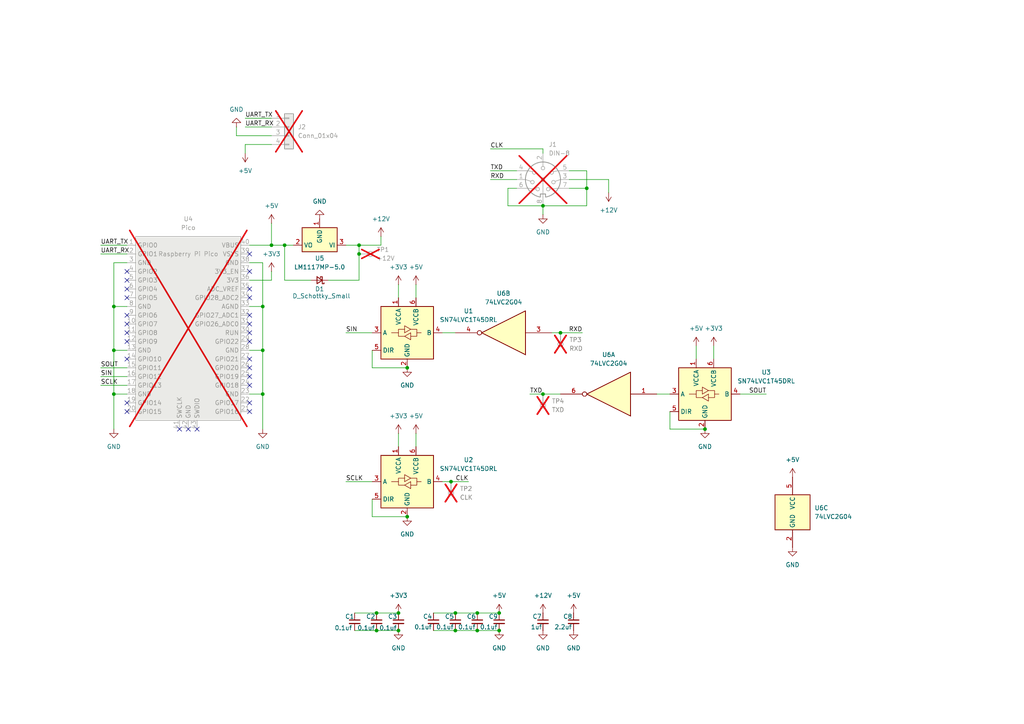
<source format=kicad_sch>
(kicad_sch (version 20231120) (generator "eeschema") (generator_version "8.0")
  (paper "A4")
  (lib_symbols
    (symbol "74xGxx:74LVC2G04"
      (property "Reference" "U" (at 0 7.62 0))
      (property "Value" "74LVC2G04" (at 2.54 -7.62 0))
      (symbol "74LVC2G04_1_1"
        (polyline (pts (xy -7.62 6.35) (xy -7.62 -6.35) (xy 5.08 0) (xy -7.62 6.35)) (stroke (width 0.254)) (fill (type background)))
        (pin input line (at -15.24 0 0) (length 7.62) (name "~") (number "1"))
        (pin output inverted (at 12.7 0 180) (length 7.62) (name "~") (number "6"))
      )
      (symbol "74LVC2G04_2_1"
        (polyline (pts (xy -7.62 6.35) (xy -7.62 -6.35) (xy 5.08 0) (xy -7.62 6.35)) (stroke (width 0.254)) (fill (type background)))
        (pin input line (at -15.24 0 0) (length 7.62) (name "~") (number "3"))
        (pin output inverted (at 12.7 0 180) (length 7.62) (name "~") (number "4"))
      )
      (symbol "74LVC2G04_3_0"
        (rectangle (start -5.08 -5.08) (end 5.08 5.08) (stroke (width 0.254)) (fill (type background)))
      )
      (symbol "74LVC2G04_3_1"
        (pin power_in line (at 0 -10.16 90) (length 5.08) (name "GND") (number "2"))
        (pin power_in line (at 0 10.16 270) (length 5.08) (name "VCC") (number "5"))
      )
    )
    (symbol "Connector:DIN-8" (pin_names (offset 1.016))
      (property "Reference" "J" (at 3.175 5.715 0))
      (property "Value" "DIN-8" (at 2.032 -5.842 0))
      (symbol "DIN-8_0_1"
        (arc (start -5.08 0) (mid -3.8609 -3.3364) (end -0.762 -5.08) (stroke (width 0.254)))
        (circle (center -3.048 -0.762) (radius 0.508))
        (circle (center -2.54 2.032) (radius 0.508))
        (circle (center -1.524 -2.794) (radius 0.508))
        (polyline (pts (xy -5.08 0) (xy -3.556 -0.508)))
        (polyline (pts (xy 0 -0.508) (xy 0 -5.08)))
        (polyline (pts (xy 0 5.08) (xy 0 3.81)))
        (polyline (pts (xy 5.08 0) (xy 3.556 -0.508)))
        (polyline (pts (xy -5.08 -2.54) (xy -4.318 -2.54) (xy -2.032 -2.794)))
        (polyline (pts (xy -5.08 2.54) (xy -4.318 2.54) (xy -3.048 2.286)))
        (polyline (pts (xy 5.08 -2.54) (xy 4.318 -2.54) (xy 2.032 -2.794)))
        (polyline (pts (xy 5.08 2.54) (xy 4.318 2.54) (xy 3.048 2.286)))
        (polyline (pts (xy -0.762 -4.953) (xy -0.762 -4.191) (xy 0.762 -4.191) (xy 0.762 -4.953)) (stroke (width 0.254)))
        (circle (center 0 0) (radius 0.508))
        (circle (center 0 3.302) (radius 0.508))
        (arc (start 0.762 -5.08) (mid 3.8685 -3.343) (end 5.08 0) (stroke (width 0.254)))
        (circle (center 1.524 -2.794) (radius 0.508))
        (circle (center 2.54 2.032) (radius 0.508))
        (circle (center 3.048 -0.762) (radius 0.508))
        (arc (start 5.08 0) (mid 0 5.0579) (end -5.08 0) (stroke (width 0.254)))
      )
      (symbol "DIN-8_1_1"
        (pin passive line (at -7.62 0 0) (length 2.54) (name "~") (number "1"))
        (pin passive line (at 0 7.62 270) (length 2.54) (name "~") (number "2"))
        (pin passive line (at 7.62 0 180) (length 2.54) (name "~") (number "3"))
        (pin passive line (at -7.62 2.54 0) (length 2.54) (name "~") (number "4"))
        (pin passive line (at 7.62 2.54 180) (length 2.54) (name "~") (number "5"))
        (pin passive line (at -7.62 -2.54 0) (length 2.54) (name "~") (number "6"))
        (pin passive line (at 7.62 -2.54 180) (length 2.54) (name "~") (number "7"))
        (pin passive line (at 0 -7.62 90) (length 2.54) (name "~") (number "8"))
      )
    )
    (symbol "Connector:TestPoint" (pin_numbers hide) (pin_names (offset 0.762) hide)
      (property "Reference" "TP" (at 0 6.858 0))
      (property "Value" "TestPoint" (at 0 5.08 0))
      (symbol "TestPoint_0_1"
        (circle (center 0 3.302) (radius 0.762))
      )
      (symbol "TestPoint_1_1"
        (pin passive line (at 0 0 90) (length 2.54) (name "1") (number "1"))
      )
    )
    (symbol "Connector_Generic:Conn_01x04" (pin_names (offset 1.016) hide)
      (property "Reference" "J" (at 0 5.08 0))
      (property "Value" "Conn_01x04" (at 0 -7.62 0))
      (symbol "Conn_01x04_1_1"
        (rectangle (start -1.27 -4.953) (end 0 -5.207) (stroke (width 0.1524)))
        (rectangle (start -1.27 -2.413) (end 0 -2.667) (stroke (width 0.1524)))
        (rectangle (start -1.27 0.127) (end 0 -0.127) (stroke (width 0.1524)))
        (rectangle (start -1.27 2.667) (end 0 2.413) (stroke (width 0.1524)))
        (rectangle (start -1.27 3.81) (end 1.27 -6.35) (stroke (width 0.254)) (fill (type background)))
        (pin passive line (at -5.08 2.54 0) (length 3.81) (name "Pin_1") (number "1"))
        (pin passive line (at -5.08 0 0) (length 3.81) (name "Pin_2") (number "2"))
        (pin passive line (at -5.08 -2.54 0) (length 3.81) (name "Pin_3") (number "3"))
        (pin passive line (at -5.08 -5.08 0) (length 3.81) (name "Pin_4") (number "4"))
      )
    )
    (symbol "Device:C_Small" (pin_numbers hide) (pin_names (offset 0.254) hide)
      (property "Reference" "C" (at 0.254 1.778 0))
      (property "Value" "C_Small" (at 0.254 -2.032 0))
      (symbol "C_Small_0_1"
        (polyline (pts (xy -1.524 -0.508) (xy 1.524 -0.508)) (stroke (width 0.3302)))
        (polyline (pts (xy -1.524 0.508) (xy 1.524 0.508)) (stroke (width 0.3048)))
      )
      (symbol "C_Small_1_1"
        (pin passive line (at 0 2.54 270) (length 2.032) (name "~") (number "1"))
        (pin passive line (at 0 -2.54 90) (length 2.032) (name "~") (number "2"))
      )
    )
    (symbol "Device:D_Schottky_Small" (pin_numbers hide) (pin_names (offset 0.254) hide)
      (property "Reference" "D" (at -1.27 2.032 0))
      (property "Value" "D_Schottky_Small" (at -7.112 -2.032 0))
      (symbol "D_Schottky_Small_0_1"
        (polyline (pts (xy -0.762 0) (xy 0.762 0)))
        (polyline (pts (xy 0.762 -1.016) (xy -0.762 0) (xy 0.762 1.016) (xy 0.762 -1.016)) (stroke (width 0.254)))
        (polyline (pts (xy -1.27 0.762) (xy -1.27 1.016) (xy -0.762 1.016) (xy -0.762 -1.016) (xy -0.254 -1.016) (xy -0.254 -0.762)) (stroke (width 0.254)))
      )
      (symbol "D_Schottky_Small_1_1"
        (pin passive line (at -2.54 0 0) (length 1.778) (name "K") (number "1"))
        (pin passive line (at 2.54 0 180) (length 1.778) (name "A") (number "2"))
      )
    )
    (symbol "Logic_LevelTranslator:SN74LVC1T45DRL"
      (property "Reference" "U" (at -6.35 8.89 0))
      (property "Value" "SN74LVC1T45DRL" (at 3.81 8.89 0))
      (symbol "SN74LVC1T45DRL_0_1"
        (rectangle (start -7.62 7.62) (end 7.62 -7.62) (stroke (width 0.254)) (fill (type background)))
        (polyline (pts (xy -2.54 0) (xy -2.54 1.016) (xy -0.762 1.016)))
        (polyline (pts (xy 2.794 0) (xy 2.794 -1.016) (xy 1.016 -1.016)))
        (polyline (pts (xy -0.762 -1.016) (xy -2.54 -1.016) (xy -2.54 0) (xy -4.572 0)))
        (polyline (pts (xy -0.762 0) (xy -0.762 2.032) (xy 1.016 1.016) (xy -0.762 0)))
        (polyline (pts (xy 1.016 1.016) (xy 2.794 1.016) (xy 2.794 0) (xy 4.064 0)))
        (polyline (pts (xy 1.016 0) (xy 1.016 -1.778) (xy 1.016 -2.032) (xy -0.762 -1.016) (xy 1.016 0)))
      )
      (symbol "SN74LVC1T45DRL_1_1"
        (pin power_in line (at -2.54 10.16 270) (length 2.54) (name "VCCA") (number "1"))
        (pin power_in line (at 0 -10.16 90) (length 2.54) (name "GND") (number "2"))
        (pin bidirectional line (at -10.16 0 0) (length 2.54) (name "A") (number "3"))
        (pin bidirectional line (at 10.16 0 180) (length 2.54) (name "B") (number "4"))
        (pin input line (at -10.16 -5.08 0) (length 2.54) (name "DIR") (number "5"))
        (pin power_in line (at 2.54 10.16 270) (length 2.54) (name "VCCB") (number "6"))
      )
    )
    (symbol "MCU_RaspberryPi_and_Boards:Pico"
      (property "Reference" "U" (at -13.97 27.94 0))
      (property "Value" "Pico" (at 0 19.05 0))
      (symbol "Pico_0_0"
        (text "Raspberry Pi Pico" (at 0 21.59 0) (effects (font (size 1.27 1.27))))
      )
      (symbol "Pico_0_1"
        (rectangle (start -15.24 26.67) (end 15.24 -26.67) (fill (type background)))
      )
      (symbol "Pico_1_1"
        (pin bidirectional line (at -17.78 24.13 0) (length 2.54) (name "GPIO0") (number "1"))
        (pin bidirectional line (at -17.78 1.27 0) (length 2.54) (name "GPIO7") (number "10"))
        (pin bidirectional line (at -17.78 -1.27 0) (length 2.54) (name "GPIO8") (number "11"))
        (pin bidirectional line (at -17.78 -3.81 0) (length 2.54) (name "GPIO9") (number "12"))
        (pin power_in line (at -17.78 -6.35 0) (length 2.54) (name "GND") (number "13"))
        (pin bidirectional line (at -17.78 -8.89 0) (length 2.54) (name "GPIO10") (number "14"))
        (pin bidirectional line (at -17.78 -11.43 0) (length 2.54) (name "GPIO11") (number "15"))
        (pin bidirectional line (at -17.78 -13.97 0) (length 2.54) (name "GPIO12") (number "16"))
        (pin bidirectional line (at -17.78 -16.51 0) (length 2.54) (name "GPIO13") (number "17"))
        (pin power_in line (at -17.78 -19.05 0) (length 2.54) (name "GND") (number "18"))
        (pin bidirectional line (at -17.78 -21.59 0) (length 2.54) (name "GPIO14") (number "19"))
        (pin bidirectional line (at -17.78 21.59 0) (length 2.54) (name "GPIO1") (number "2"))
        (pin bidirectional line (at -17.78 -24.13 0) (length 2.54) (name "GPIO15") (number "20"))
        (pin bidirectional line (at 17.78 -24.13 180) (length 2.54) (name "GPIO16") (number "21"))
        (pin bidirectional line (at 17.78 -21.59 180) (length 2.54) (name "GPIO17") (number "22"))
        (pin power_in line (at 17.78 -19.05 180) (length 2.54) (name "GND") (number "23"))
        (pin bidirectional line (at 17.78 -16.51 180) (length 2.54) (name "GPIO18") (number "24"))
        (pin bidirectional line (at 17.78 -13.97 180) (length 2.54) (name "GPIO19") (number "25"))
        (pin bidirectional line (at 17.78 -11.43 180) (length 2.54) (name "GPIO20") (number "26"))
        (pin bidirectional line (at 17.78 -8.89 180) (length 2.54) (name "GPIO21") (number "27"))
        (pin power_in line (at 17.78 -6.35 180) (length 2.54) (name "GND") (number "28"))
        (pin bidirectional line (at 17.78 -3.81 180) (length 2.54) (name "GPIO22") (number "29"))
        (pin power_in line (at -17.78 19.05 0) (length 2.54) (name "GND") (number "3"))
        (pin input line (at 17.78 -1.27 180) (length 2.54) (name "RUN") (number "30"))
        (pin bidirectional line (at 17.78 1.27 180) (length 2.54) (name "GPIO26_ADC0") (number "31"))
        (pin bidirectional line (at 17.78 3.81 180) (length 2.54) (name "GPIO27_ADC1") (number "32"))
        (pin power_in line (at 17.78 6.35 180) (length 2.54) (name "AGND") (number "33"))
        (pin bidirectional line (at 17.78 8.89 180) (length 2.54) (name "GPIO28_ADC2") (number "34"))
        (pin power_in line (at 17.78 11.43 180) (length 2.54) (name "ADC_VREF") (number "35"))
        (pin power_in line (at 17.78 13.97 180) (length 2.54) (name "3V3") (number "36"))
        (pin input line (at 17.78 16.51 180) (length 2.54) (name "3V3_EN") (number "37"))
        (pin bidirectional line (at 17.78 19.05 180) (length 2.54) (name "GND") (number "38"))
        (pin power_in line (at 17.78 21.59 180) (length 2.54) (name "VSYS") (number "39"))
        (pin bidirectional line (at -17.78 16.51 0) (length 2.54) (name "GPIO2") (number "4"))
        (pin power_in line (at 17.78 24.13 180) (length 2.54) (name "VBUS") (number "40"))
        (pin input line (at -2.54 -29.21 90) (length 2.54) (name "SWCLK") (number "41"))
        (pin power_in line (at 0 -29.21 90) (length 2.54) (name "GND") (number "42"))
        (pin bidirectional line (at 2.54 -29.21 90) (length 2.54) (name "SWDIO") (number "43"))
        (pin bidirectional line (at -17.78 13.97 0) (length 2.54) (name "GPIO3") (number "5"))
        (pin bidirectional line (at -17.78 11.43 0) (length 2.54) (name "GPIO4") (number "6"))
        (pin bidirectional line (at -17.78 8.89 0) (length 2.54) (name "GPIO5") (number "7"))
        (pin power_in line (at -17.78 6.35 0) (length 2.54) (name "GND") (number "8"))
        (pin bidirectional line (at -17.78 3.81 0) (length 2.54) (name "GPIO6") (number "9"))
      )
    )
    (symbol "Regulator_Linear:LM1117MP-5.0"
      (property "Reference" "U" (at -3.81 3.175 0))
      (property "Value" "LM1117MP-5.0" (at 0 3.175 0))
      (symbol "LM1117MP-5.0_0_1"
        (rectangle (start -5.08 -5.08) (end 5.08 1.905) (stroke (width 0.254)) (fill (type background)))
      )
      (symbol "LM1117MP-5.0_1_1"
        (pin power_in line (at 0 -7.62 90) (length 2.54) (name "GND") (number "1"))
        (pin power_out line (at 7.62 0 180) (length 2.54) (name "VO") (number "2"))
        (pin power_in line (at -7.62 0 0) (length 2.54) (name "VI") (number "3"))
      )
    )
    (symbol "power:+12V" (power) (pin_numbers hide) (pin_names (offset 0) hide)
      (property "Value" "+12V" (at 0 3.556 0))
      (symbol "+12V_0_1"
        (polyline (pts (xy -0.762 1.27) (xy 0 2.54)))
        (polyline (pts (xy 0 0) (xy 0 2.54)))
        (polyline (pts (xy 0 2.54) (xy 0.762 1.27)))
      )
      (symbol "+12V_1_1"
        (pin power_in line (at 0 0 90) (length 0) (name "~") (number "1"))
      )
    )
    (symbol "power:+3V3" (power) (pin_numbers hide) (pin_names (offset 0) hide)
      (property "Value" "+3V3" (at 0 3.556 0))
      (symbol "+3V3_0_1"
        (polyline (pts (xy -0.762 1.27) (xy 0 2.54)))
        (polyline (pts (xy 0 0) (xy 0 2.54)))
        (polyline (pts (xy 0 2.54) (xy 0.762 1.27)))
      )
      (symbol "+3V3_1_1"
        (pin power_in line (at 0 0 90) (length 0) (name "~") (number "1"))
      )
    )
    (symbol "power:+5V" (power) (pin_numbers hide) (pin_names (offset 0) hide)
      (property "Value" "+5V" (at 0 3.556 0))
      (symbol "+5V_0_1"
        (polyline (pts (xy -0.762 1.27) (xy 0 2.54)))
        (polyline (pts (xy 0 0) (xy 0 2.54)))
        (polyline (pts (xy 0 2.54) (xy 0.762 1.27)))
      )
      (symbol "+5V_1_1"
        (pin power_in line (at 0 0 90) (length 0) (name "~") (number "1"))
      )
    )
    (symbol "power:GND" (power) (pin_numbers hide) (pin_names (offset 0) hide)
      (property "Value" "GND" (at 0 -3.81 0))
      (symbol "GND_0_1"
        (polyline (pts (xy 0 0) (xy 0 -1.27) (xy 1.27 -1.27) (xy 0 -2.54) (xy -1.27 -1.27) (xy 0 -1.27)))
      )
      (symbol "GND_1_1"
        (pin power_in line (at 0 0 270) (length 0) (name "~") (number "1"))
      )
    )
  )
  (junction (at 162.56 96.52))
  (junction (at 33.02 88.9))
  (junction (at 144.78 177.8))
  (junction (at 204.47 124.46))
  (junction (at 82.55 71.12))
  (junction (at 138.43 182.88))
  (junction (at 144.78 182.88))
  (junction (at 76.2 88.9))
  (junction (at 115.57 182.88))
  (junction (at 76.2 101.6))
  (junction (at 138.43 177.8))
  (junction (at 132.08 182.88))
  (junction (at 170.18 54.61))
  (junction (at 78.74 71.12))
  (junction (at 109.22 182.88))
  (junction (at 130.81 139.7))
  (junction (at 132.08 177.8))
  (junction (at 76.2 114.3))
  (junction (at 157.48 114.3))
  (junction (at 157.48 59.69))
  (junction (at 104.14 73.66))
  (junction (at 33.02 101.6))
  (junction (at 115.57 177.8))
  (junction (at 104.14 71.12))
  (junction (at 109.22 177.8))
  (junction (at 118.11 106.68))
  (junction (at 33.02 114.3))
  (junction (at 118.11 149.86))
  (no_connect (at 72.39 106.68))
  (no_connect (at 72.39 96.52))
  (no_connect (at 36.83 99.06))
  (no_connect (at 52.07 124.46))
  (no_connect (at 36.83 78.74))
  (no_connect (at 72.39 99.06))
  (no_connect (at 72.39 111.76))
  (no_connect (at 72.39 83.82))
  (no_connect (at 72.39 93.98))
  (no_connect (at 72.39 91.44))
  (no_connect (at 36.83 81.28))
  (no_connect (at 36.83 119.38))
  (no_connect (at 36.83 96.52))
  (no_connect (at 72.39 119.38))
  (no_connect (at 36.83 104.14))
  (no_connect (at 72.39 109.22))
  (no_connect (at 36.83 93.98))
  (no_connect (at 36.83 91.44))
  (no_connect (at 72.39 73.66))
  (no_connect (at 57.15 124.46))
  (no_connect (at 72.39 86.36))
  (no_connect (at 36.83 116.84))
  (no_connect (at 72.39 116.84))
  (no_connect (at 36.83 86.36))
  (no_connect (at 72.39 104.14))
  (no_connect (at 36.83 83.82))
  (no_connect (at 54.61 124.46))
  (no_connect (at 72.39 78.74))
  (wire (pts (xy 29.21 106.68) (xy 36.83 106.68)))
  (wire (pts (xy 72.39 81.28) (xy 78.74 81.28)))
  (wire (pts (xy 29.21 71.12) (xy 36.83 71.12)))
  (wire (pts (xy 100.33 71.12) (xy 104.14 71.12)))
  (wire (pts (xy 170.18 54.61) (xy 170.18 49.53)))
  (wire (pts (xy 128.27 139.7) (xy 130.81 139.7)))
  (wire (pts (xy 201.93 100.33) (xy 201.93 104.14)))
  (wire (pts (xy 90.17 81.28) (xy 82.55 81.28)))
  (wire (pts (xy 157.48 114.3) (xy 162.56 114.3)))
  (wire (pts (xy 157.48 62.23) (xy 157.48 59.69)))
  (wire (pts (xy 102.87 182.88) (xy 109.22 182.88)))
  (wire (pts (xy 120.65 82.55) (xy 120.65 86.36)))
  (wire (pts (xy 115.57 82.55) (xy 115.57 86.36)))
  (wire (pts (xy 120.65 125.73) (xy 120.65 129.54)))
  (wire (pts (xy 132.08 177.8) (xy 138.43 177.8)))
  (wire (pts (xy 95.25 81.28) (xy 104.14 81.28)))
  (wire (pts (xy 104.14 71.12) (xy 110.49 71.12)))
  (wire (pts (xy 76.2 101.6) (xy 76.2 114.3)))
  (wire (pts (xy 165.1 54.61) (xy 170.18 54.61)))
  (wire (pts (xy 170.18 49.53) (xy 165.1 49.53)))
  (wire (pts (xy 147.32 54.61) (xy 147.32 59.69)))
  (wire (pts (xy 107.95 106.68) (xy 118.11 106.68)))
  (wire (pts (xy 142.24 49.53) (xy 149.86 49.53)))
  (wire (pts (xy 82.55 71.12) (xy 85.09 71.12)))
  (wire (pts (xy 33.02 114.3) (xy 33.02 124.46)))
  (wire (pts (xy 33.02 76.2) (xy 33.02 88.9)))
  (wire (pts (xy 160.02 96.52) (xy 162.56 96.52)))
  (wire (pts (xy 33.02 88.9) (xy 36.83 88.9)))
  (wire (pts (xy 76.2 76.2) (xy 76.2 88.9)))
  (wire (pts (xy 82.55 81.28) (xy 82.55 71.12)))
  (wire (pts (xy 71.12 34.29) (xy 78.74 34.29)))
  (wire (pts (xy 104.14 73.66) (xy 104.14 71.12)))
  (wire (pts (xy 68.58 39.37) (xy 68.58 36.83)))
  (wire (pts (xy 71.12 41.91) (xy 78.74 41.91)))
  (wire (pts (xy 72.39 114.3) (xy 76.2 114.3)))
  (wire (pts (xy 71.12 36.83) (xy 78.74 36.83)))
  (wire (pts (xy 147.32 59.69) (xy 157.48 59.69)))
  (wire (pts (xy 128.27 96.52) (xy 132.08 96.52)))
  (wire (pts (xy 190.5 114.3) (xy 194.31 114.3)))
  (wire (pts (xy 104.14 81.28) (xy 104.14 73.66)))
  (wire (pts (xy 76.2 114.3) (xy 76.2 124.46)))
  (wire (pts (xy 29.21 73.66) (xy 36.83 73.66)))
  (wire (pts (xy 165.1 52.07) (xy 176.53 52.07)))
  (wire (pts (xy 107.95 101.6) (xy 107.95 106.68)))
  (wire (pts (xy 115.57 125.73) (xy 115.57 129.54)))
  (wire (pts (xy 214.63 114.3) (xy 222.25 114.3)))
  (wire (pts (xy 157.48 59.69) (xy 170.18 59.69)))
  (wire (pts (xy 100.33 139.7) (xy 107.95 139.7)))
  (wire (pts (xy 78.74 81.28) (xy 78.74 78.74)))
  (wire (pts (xy 72.39 88.9) (xy 76.2 88.9)))
  (wire (pts (xy 78.74 64.77) (xy 78.74 71.12)))
  (wire (pts (xy 138.43 177.8) (xy 144.78 177.8)))
  (wire (pts (xy 109.22 177.8) (xy 115.57 177.8)))
  (wire (pts (xy 153.67 114.3) (xy 157.48 114.3)))
  (wire (pts (xy 149.86 54.61) (xy 147.32 54.61)))
  (wire (pts (xy 142.24 43.18) (xy 157.48 43.18)))
  (wire (pts (xy 130.81 139.7) (xy 135.89 139.7)))
  (wire (pts (xy 68.58 39.37) (xy 78.74 39.37)))
  (wire (pts (xy 138.43 182.88) (xy 144.78 182.88)))
  (wire (pts (xy 72.39 76.2) (xy 76.2 76.2)))
  (wire (pts (xy 36.83 76.2) (xy 33.02 76.2)))
  (wire (pts (xy 72.39 101.6) (xy 76.2 101.6)))
  (wire (pts (xy 176.53 52.07) (xy 176.53 55.88)))
  (wire (pts (xy 33.02 101.6) (xy 36.83 101.6)))
  (wire (pts (xy 109.22 182.88) (xy 115.57 182.88)))
  (wire (pts (xy 29.21 111.76) (xy 36.83 111.76)))
  (wire (pts (xy 33.02 101.6) (xy 33.02 114.3)))
  (wire (pts (xy 162.56 96.52) (xy 168.91 96.52)))
  (wire (pts (xy 110.49 71.12) (xy 110.49 68.58)))
  (wire (pts (xy 194.31 119.38) (xy 194.31 124.46)))
  (wire (pts (xy 142.24 52.07) (xy 149.86 52.07)))
  (wire (pts (xy 170.18 54.61) (xy 170.18 59.69)))
  (wire (pts (xy 107.95 149.86) (xy 118.11 149.86)))
  (wire (pts (xy 132.08 182.88) (xy 138.43 182.88)))
  (wire (pts (xy 33.02 114.3) (xy 36.83 114.3)))
  (wire (pts (xy 72.39 71.12) (xy 78.74 71.12)))
  (wire (pts (xy 107.95 144.78) (xy 107.95 149.86)))
  (wire (pts (xy 71.12 41.91) (xy 71.12 44.45)))
  (wire (pts (xy 76.2 88.9) (xy 76.2 101.6)))
  (wire (pts (xy 78.74 71.12) (xy 82.55 71.12)))
  (wire (pts (xy 125.73 177.8) (xy 132.08 177.8)))
  (wire (pts (xy 194.31 124.46) (xy 204.47 124.46)))
  (wire (pts (xy 102.87 177.8) (xy 109.22 177.8)))
  (wire (pts (xy 125.73 182.88) (xy 132.08 182.88)))
  (wire (pts (xy 33.02 88.9) (xy 33.02 101.6)))
  (wire (pts (xy 157.48 44.45) (xy 157.48 43.18)))
  (wire (pts (xy 207.01 100.33) (xy 207.01 104.14)))
  (wire (pts (xy 29.21 109.22) (xy 36.83 109.22)))
  (wire (pts (xy 100.33 96.52) (xy 107.95 96.52)))
  (label "CLK" (at 142.24 43.18 0))
  (label "UART_TX" (at 71.12 34.29 0))
  (label "UART_RX" (at 71.12 36.83 0))
  (label "SOUT" (at 29.21 106.68 0))
  (label "TXD" (at 153.67 114.3 0))
  (label "SIN" (at 29.21 109.22 0))
  (label "UART_TX" (at 29.21 71.12 0))
  (label "UART_RX" (at 29.21 73.66 0))
  (label "SOUT" (at 222.25 114.3 180))
  (label "CLK" (at 135.89 139.7 180))
  (label "SIN" (at 100.33 96.52 0))
  (label "RXD" (at 142.24 52.07 0))
  (label "SCLK" (at 29.21 111.76 0))
  (label "SCLK" (at 100.33 139.7 0))
  (label "TXD" (at 142.24 49.53 0))
  (label "RXD" (at 168.91 96.52 180))
  (symbol (lib_id "Device:C_Small") (at 157.48 180.34 0) (unit 1)
    (property "Reference" "C7" (at 154.432 178.816 0) (effects (justify left)))
    (property "Value" "1uf" (at 153.924 181.864 0) (effects (justify left)))
    (property "Footprint" "Capacitor_SMD:C_0603_1608Metric_Pad1.08x0.95mm_HandSolder" (effects (hide yes)))
    (property "Description" "Unpolarized capacitor, small symbol" (effects (hide yes)))
    (property "JLC" "0603" (effects (hide yes)))
    (property "LCSC" "C15849" (effects (hide yes)))
  )
  (symbol (lib_id "power:GND") (at 76.2 124.46 0) (unit 1)
    (property "Reference" "#PWR02" (effects (hide yes)))
    (property "Value" "GND" (at 76.2 129.54 0))
    (property "Description" "Power symbol creates a global label with name \"GND\" , ground" (effects (hide yes)))
  )
  (symbol (lib_id "power:+5V") (at 166.37 177.8 0) (unit 1)
    (property "Reference" "#PWR026" (effects (hide yes)))
    (property "Value" "+5V" (at 166.37 172.72 0))
    (property "Description" "Power symbol creates a global label with name \"+5V\"" (effects (hide yes)))
  )
  (symbol (lib_id "power:+12V") (at 110.49 68.58 0) (unit 1)
    (property "Reference" "#PWR04" (effects (hide yes)))
    (property "Value" "+12V" (at 110.49 63.5 0))
    (property "Description" "Power symbol creates a global label with name \"+12V\"" (effects (hide yes)))
  )
  (symbol (lib_id "Connector:TestPoint") (at 130.81 139.7 180) (unit 1) (dnp yes)
    (property "Reference" "TP2" (at 133.35 141.7319 0) (effects (justify right)))
    (property "Value" "CLK" (at 133.35 144.2719 0) (effects (justify right)))
    (property "Footprint" "TestPoint:TestPoint_Pad_2.5x2.5mm" (effects (hide yes)))
    (property "Description" "test point" (effects (hide yes)))
  )
  (symbol (lib_id "power:+5V") (at 71.12 44.45 180) (unit 1)
    (property "Reference" "#PWR018" (effects (hide yes)))
    (property "Value" "+5V" (at 71.12 49.53 0))
    (property "Description" "Power symbol creates a global label with name \"+5V\"" (effects (hide yes)))
  )
  (symbol (lib_id "Logic_LevelTranslator:SN74LVC1T45DRL") (at 118.11 96.52 0) (unit 1)
    (property "Reference" "U1" (at 135.89 90.2014 0))
    (property "Value" "SN74LVC1T45DRL" (at 135.89 92.7414 0))
    (property "Footprint" "Package_TO_SOT_SMD:SOT-563" (effects (hide yes)))
    (property "Datasheet" "http://www.ti.com/lit/ds/symlink/sn74lvc1t45.pdf" (effects (hide yes)))
    (property "Description" "Single-Bit Dual-Supply Bus Transceiver With Configurable Voltage Translation and 3-State Outputs, SOT-563" (effects (hide yes)))
    (property "JLC" "SOT-5x3-6" (effects (hide yes)))
    (property "LCSC" "C352970" (effects (hide yes)))
  )
  (symbol (lib_id "Device:C_Small") (at 132.08 180.34 0) (unit 1)
    (property "Reference" "C5" (at 129.032 178.816 0) (effects (justify left)))
    (property "Value" "0.1uf" (at 126.492 181.864 0) (effects (justify left)))
    (property "Footprint" "Capacitor_SMD:C_0603_1608Metric_Pad1.08x0.95mm_HandSolder" (effects (hide yes)))
    (property "Description" "Unpolarized capacitor, small symbol" (effects (hide yes)))
    (property "JLC" "0603" (effects (hide yes)))
    (property "LCSC" "C14663" (effects (hide yes)))
  )
  (symbol (lib_id "power:+3V3") (at 115.57 177.8 0) (unit 1)
    (property "Reference" "#PWR021" (effects (hide yes)))
    (property "Value" "+3V3" (at 115.57 172.72 0))
    (property "Description" "Power symbol creates a global label with name \"+3V3\"" (effects (hide yes)))
  )
  (symbol (lib_id "power:GND") (at 157.48 62.23 0) (unit 1)
    (property "Reference" "#PWR05" (effects (hide yes)))
    (property "Value" "GND" (at 157.48 67.31 0))
    (property "Description" "Power symbol creates a global label with name \"GND\" , ground" (effects (hide yes)))
  )
  (symbol (lib_id "power:+3V3") (at 207.01 100.33 0) (unit 1)
    (property "Reference" "#PWR016" (effects (hide yes)))
    (property "Value" "+3V3" (at 207.01 95.25 0))
    (property "Description" "Power symbol creates a global label with name \"+3V3\"" (effects (hide yes)))
  )
  (symbol (lib_id "Device:C_Small") (at 109.22 180.34 0) (unit 1)
    (property "Reference" "C2" (at 106.172 178.816 0) (effects (justify left)))
    (property "Value" "0.1uf" (at 103.632 182.118 0) (effects (justify left)))
    (property "Footprint" "Capacitor_SMD:C_0603_1608Metric_Pad1.08x0.95mm_HandSolder" (effects (hide yes)))
    (property "Description" "Unpolarized capacitor, small symbol" (effects (hide yes)))
    (property "JLC" "0603" (effects (hide yes)))
    (property "LCSC" "C14663" (effects (hide yes)))
  )
  (symbol (lib_id "Device:C_Small") (at 144.78 180.34 0) (unit 1)
    (property "Reference" "C9" (at 141.732 178.816 0) (effects (justify left)))
    (property "Value" "0.1uf" (at 139.192 181.864 0) (effects (justify left)))
    (property "Footprint" "Capacitor_SMD:C_0603_1608Metric_Pad1.08x0.95mm_HandSolder" (effects (hide yes)))
    (property "Description" "Unpolarized capacitor, small symbol" (effects (hide yes)))
    (property "JLC" "0603" (effects (hide yes)))
    (property "LCSC" "C14663" (effects (hide yes)))
  )
  (symbol (lib_id "power:GND") (at 157.48 182.88 0) (unit 1)
    (property "Reference" "#PWR024" (effects (hide yes)))
    (property "Value" "GND" (at 157.48 187.96 0))
    (property "Description" "Power symbol creates a global label with name \"GND\" , ground" (effects (hide yes)))
  )
  (symbol (lib_id "power:+3V3") (at 115.57 125.73 0) (unit 1)
    (property "Reference" "#PWR013" (effects (hide yes)))
    (property "Value" "+3V3" (at 115.57 120.65 0))
    (property "Description" "Power symbol creates a global label with name \"+3V3\"" (effects (hide yes)))
  )
  (symbol (lib_id "Connector:TestPoint") (at 162.56 96.52 180) (unit 1) (dnp yes)
    (property "Reference" "TP3" (at 165.1 98.5519 0) (effects (justify right)))
    (property "Value" "RXD" (at 165.1 101.0919 0) (effects (justify right)))
    (property "Footprint" "TestPoint:TestPoint_Pad_2.5x2.5mm" (effects (hide yes)))
    (property "Description" "test point" (effects (hide yes)))
  )
  (symbol (lib_id "power:GND") (at 92.71 63.5 180) (unit 1)
    (property "Reference" "#PWR019" (effects (hide yes)))
    (property "Value" "GND" (at 92.71 58.42 0))
    (property "Description" "Power symbol creates a global label with name \"GND\" , ground" (effects (hide yes)))
  )
  (symbol (lib_id "power:GND") (at 115.57 182.88 0) (unit 1)
    (property "Reference" "#PWR020" (effects (hide yes)))
    (property "Value" "GND" (at 115.57 187.96 0))
    (property "Description" "Power symbol creates a global label with name \"GND\" , ground" (effects (hide yes)))
  )
  (symbol (lib_id "power:+12V") (at 157.48 177.8 0) (unit 1)
    (property "Reference" "#PWR025" (effects (hide yes)))
    (property "Value" "+12V" (at 157.48 172.72 0))
    (property "Description" "Power symbol creates a global label with name \"+12V\"" (effects (hide yes)))
  )
  (symbol (lib_id "power:GND") (at 68.58 36.83 180) (unit 1)
    (property "Reference" "#PWR017" (effects (hide yes)))
    (property "Value" "GND" (at 68.58 31.75 0))
    (property "Description" "Power symbol creates a global label with name \"GND\" , ground" (effects (hide yes)))
  )
  (symbol (lib_id "Device:C_Small") (at 125.73 180.34 0) (unit 1)
    (property "Reference" "C4" (at 122.682 178.816 0) (effects (justify left)))
    (property "Value" "0.1uf" (at 120.142 181.864 0) (effects (justify left)))
    (property "Footprint" "Capacitor_SMD:C_0603_1608Metric_Pad1.08x0.95mm_HandSolder" (effects (hide yes)))
    (property "Description" "Unpolarized capacitor, small symbol" (effects (hide yes)))
    (property "JLC" "0603" (effects (hide yes)))
    (property "LCSC" "C14663" (effects (hide yes)))
  )
  (symbol (lib_id "Device:C_Small") (at 115.57 180.34 0) (unit 1)
    (property "Reference" "C3" (at 112.522 178.816 0) (effects (justify left)))
    (property "Value" "0.1uf" (at 109.982 182.118 0) (effects (justify left)))
    (property "Footprint" "Capacitor_SMD:C_0603_1608Metric_Pad1.08x0.95mm_HandSolder" (effects (hide yes)))
    (property "Description" "Unpolarized capacitor, small symbol" (effects (hide yes)))
    (property "JLC" "0603" (effects (hide yes)))
    (property "LCSC" "C14663" (effects (hide yes)))
  )
  (symbol (lib_id "power:+3V3") (at 78.74 78.74 0) (unit 1)
    (property "Reference" "#PWR010" (effects (hide yes)))
    (property "Value" "+3V3" (at 78.74 73.66 0))
    (property "Description" "Power symbol creates a global label with name \"+3V3\"" (effects (hide yes)))
  )
  (symbol (lib_id "Logic_LevelTranslator:SN74LVC1T45DRL") (at 118.11 139.7 0) (unit 1)
    (property "Reference" "U2" (at 135.89 133.3814 0))
    (property "Value" "SN74LVC1T45DRL" (at 135.89 135.9214 0))
    (property "Footprint" "Package_TO_SOT_SMD:SOT-563" (effects (hide yes)))
    (property "Datasheet" "http://www.ti.com/lit/ds/symlink/sn74lvc1t45.pdf" (effects (hide yes)))
    (property "Description" "Single-Bit Dual-Supply Bus Transceiver With Configurable Voltage Translation and 3-State Outputs, SOT-563" (effects (hide yes)))
    (property "JLC" "SOT-5x3-6" (effects (hide yes)))
    (property "LCSC" "C352970" (effects (hide yes)))
  )
  (symbol (lib_id "power:GND") (at 118.11 149.86 0) (unit 1)
    (property "Reference" "#PWR08" (effects (hide yes)))
    (property "Value" "GND" (at 118.11 154.94 0))
    (property "Description" "Power symbol creates a global label with name \"GND\" , ground" (effects (hide yes)))
  )
  (symbol (lib_id "power:GND") (at 118.11 106.68 0) (unit 1)
    (property "Reference" "#PWR07" (effects (hide yes)))
    (property "Value" "GND" (at 118.11 111.76 0))
    (property "Description" "Power symbol creates a global label with name \"GND\" , ground" (effects (hide yes)))
  )
  (symbol (lib_id "MCU_RaspberryPi_and_Boards:Pico") (at 54.61 95.25 0) (unit 1) (dnp yes)
    (property "Reference" "U4" (at 54.61 63.5 0))
    (property "Value" "Pico" (at 54.61 66.04 0))
    (property "Footprint" "MCU_RaspberryPi_and_Boards:RPi_Pico_SMD_TH" (effects (hide yes)))
  )
  (symbol (lib_id "power:+5V") (at 144.78 177.8 0) (unit 1)
    (property "Reference" "#PWR023" (effects (hide yes)))
    (property "Value" "+5V" (at 144.78 172.72 0))
    (property "Description" "Power symbol creates a global label with name \"+5V\"" (effects (hide yes)))
  )
  (symbol (lib_id "Connector:TestPoint") (at 157.48 114.3 180) (unit 1) (dnp yes)
    (property "Reference" "TP4" (at 160.02 116.3319 0) (effects (justify right)))
    (property "Value" "TXD" (at 160.02 118.8719 0) (effects (justify right)))
    (property "Footprint" "TestPoint:TestPoint_Pad_2.5x2.5mm" (effects (hide yes)))
    (property "Description" "test point" (effects (hide yes)))
  )
  (symbol (lib_id "power:+5V") (at 78.74 64.77 0) (unit 1)
    (property "Reference" "#PWR03" (effects (hide yes)))
    (property "Value" "+5V" (at 78.74 59.69 0))
    (property "Description" "Power symbol creates a global label with name \"+5V\"" (effects (hide yes)))
  )
  (symbol (lib_id "power:+3V3") (at 115.57 82.55 0) (unit 1)
    (property "Reference" "#PWR011" (effects (hide yes)))
    (property "Value" "+3V3" (at 115.57 77.47 0))
    (property "Description" "Power symbol creates a global label with name \"+3V3\"" (effects (hide yes)))
  )
  (symbol (lib_id "Logic_LevelTranslator:SN74LVC1T45DRL") (at 204.47 114.3 0) (unit 1)
    (property "Reference" "U3" (at 222.25 107.9814 0))
    (property "Value" "SN74LVC1T45DRL" (at 222.25 110.5214 0))
    (property "Footprint" "Package_TO_SOT_SMD:SOT-563" (effects (hide yes)))
    (property "Datasheet" "http://www.ti.com/lit/ds/symlink/sn74lvc1t45.pdf" (effects (hide yes)))
    (property "Description" "Single-Bit Dual-Supply Bus Transceiver With Configurable Voltage Translation and 3-State Outputs, SOT-563" (effects (hide yes)))
    (property "JLC" "SOT-5x3-6" (effects (hide yes)))
    (property "LCSC" "C352970" (effects (hide yes)))
  )
  (symbol (lib_id "power:GND") (at 144.78 182.88 0) (unit 1)
    (property "Reference" "#PWR022" (effects (hide yes)))
    (property "Value" "GND" (at 144.78 187.96 0))
    (property "Description" "Power symbol creates a global label with name \"GND\" , ground" (effects (hide yes)))
  )
  (symbol (lib_id "power:+5V") (at 120.65 82.55 0) (unit 1)
    (property "Reference" "#PWR012" (effects (hide yes)))
    (property "Value" "+5V" (at 120.65 77.47 0))
    (property "Description" "Power symbol creates a global label with name \"+5V\"" (effects (hide yes)))
  )
  (symbol (lib_id "power:+5V") (at 201.93 100.33 0) (unit 1)
    (property "Reference" "#PWR015" (effects (hide yes)))
    (property "Value" "+5V" (at 201.93 95.25 0))
    (property "Description" "Power symbol creates a global label with name \"+5V\"" (effects (hide yes)))
  )
  (symbol (lib_id "power:GND") (at 229.87 158.75 0) (unit 1)
    (property "Reference" "#PWR028" (effects (hide yes)))
    (property "Value" "GND" (at 229.87 163.83 0))
    (property "Description" "Power symbol creates a global label with name \"GND\" , ground" (effects (hide yes)))
  )
  (symbol (lib_id "Device:C_Small") (at 138.43 180.34 0) (unit 1)
    (property "Reference" "C6" (at 135.382 178.816 0) (effects (justify left)))
    (property "Value" "0.1uf" (at 132.842 181.864 0) (effects (justify left)))
    (property "Footprint" "Capacitor_SMD:C_0603_1608Metric_Pad1.08x0.95mm_HandSolder" (effects (hide yes)))
    (property "Description" "Unpolarized capacitor, small symbol" (effects (hide yes)))
    (property "JLC" "0603" (effects (hide yes)))
    (property "LCSC" "C14663" (effects (hide yes)))
  )
  (symbol (lib_id "power:GND") (at 33.02 124.46 0) (unit 1)
    (property "Reference" "#PWR01" (effects (hide yes)))
    (property "Value" "GND" (at 33.02 129.54 0))
    (property "Description" "Power symbol creates a global label with name \"GND\" , ground" (effects (hide yes)))
  )
  (symbol (lib_id "power:+12V") (at 176.53 55.88 180) (unit 1)
    (property "Reference" "#PWR06" (effects (hide yes)))
    (property "Value" "+12V" (at 176.53 60.96 0))
    (property "Description" "Power symbol creates a global label with name \"+12V\"" (effects (hide yes)))
  )
  (symbol (lib_id "Connector_Generic:Conn_01x04") (at 83.82 36.83 0) (unit 1) (dnp yes)
    (property "Reference" "J2" (at 86.36 36.8299 0) (effects (justify left)))
    (property "Value" "Conn_01x04" (at 86.36 39.3699 0) (effects (justify left)))
    (property "Footprint" "Connector_PinHeader_2.54mm:PinHeader_1x04_P2.54mm_Vertical" (effects (hide yes)))
    (property "Description" "Generic connector, single row, 01x04, script generated (kicad-library-utils/schlib/autogen/connector/)" (effects (hide yes)))
  )
  (symbol (lib_id "power:+5V") (at 229.87 138.43 0) (unit 1)
    (property "Reference" "#PWR029" (effects (hide yes)))
    (property "Value" "+5V" (at 229.87 133.35 0))
    (property "Description" "Power symbol creates a global label with name \"+5V\"" (effects (hide yes)))
  )
  (symbol (lib_id "power:GND") (at 166.37 182.88 0) (unit 1)
    (property "Reference" "#PWR027" (effects (hide yes)))
    (property "Value" "GND" (at 166.37 187.96 0))
    (property "Description" "Power symbol creates a global label with name \"GND\" , ground" (effects (hide yes)))
  )
  (symbol (lib_id "Device:D_Schottky_Small") (at 92.71 81.28 180) (unit 1)
    (property "Reference" "D1" (at 92.71 83.82 0))
    (property "Value" "D_Schottky_Small" (at 93.218 85.852 0))
    (property "Footprint" "Diode_SMD:D_SMA_Handsoldering" (effects (hide yes)))
    (property "Description" "Schottky diode, small symbol" (effects (hide yes)))
    (property "JLC" "SMA(DO-214AC)" (effects (hide yes)))
    (property "LCSC" "C7420316" (effects (hide yes)))
  )
  (symbol (lib_id "Connector:DIN-8") (at 157.48 52.07 0) (unit 1) (dnp yes)
    (property "Reference" "J1" (at 159.1311 41.91 0) (effects (justify left)))
    (property "Value" "DIN-8" (at 159.1311 44.45 0) (effects (justify left)))
    (property "Footprint" "MCU_RaspberryPi_and_Boards:8DIN262" (effects (hide yes)))
    (property "Datasheet" "http://www.mouser.com/ds/2/18/40_c091_abd_e-75918.pdf" (effects (hide yes)))
    (property "Description" "8-pin DIN connector" (effects (hide yes)))
  )
  (symbol (lib_id "Device:C_Small") (at 166.37 180.34 0) (unit 1)
    (property "Reference" "C8" (at 163.322 178.816 0) (effects (justify left)))
    (property "Value" "2.2uf" (at 160.782 181.864 0) (effects (justify left)))
    (property "Footprint" "Capacitor_SMD:C_0603_1608Metric_Pad1.08x0.95mm_HandSolder" (effects (hide yes)))
    (property "Description" "Unpolarized capacitor, small symbol" (effects (hide yes)))
    (property "JLC" "0603" (effects (hide yes)))
    (property "LCSC" "C23630" (effects (hide yes)))
  )
  (symbol (lib_id "74xGxx:74LVC2G04") (at 144.78 96.52 180) (unit 2)
    (property "Reference" "U6" (at 146.05 85.09 0))
    (property "Value" "74LVC2G04" (at 146.05 87.63 0))
    (property "Footprint" "Package_TO_SOT_SMD:SOT-23-6" (effects (hide yes)))
    (property "Datasheet" "http://www.ti.com/lit/sg/scyt129e/scyt129e.pdf" (effects (hide yes)))
    (property "Description" "Dual NOT Gate, Low-Voltage CMOS" (effects (hide yes)))
    (property "JLC" "SOT-23-6" (effects (hide yes)))
    (property "LCSC" "C10428" (effects (hide yes)))
  )
  (symbol (lib_id "Connector:TestPoint") (at 104.14 73.66 270) (unit 1) (dnp yes)
    (property "Reference" "TP1" (at 109.22 72.3899 90) (effects (justify left)))
    (property "Value" "+12V" (at 109.22 74.9299 90) (effects (justify left)))
    (property "Footprint" "TestPoint:TestPoint_Pad_2.5x2.5mm" (effects (hide yes)))
    (property "Description" "test point" (effects (hide yes)))
  )
  (symbol (lib_id "74xGxx:74LVC2G04") (at 229.87 148.59 0) (unit 3)
    (property "Reference" "U6" (at 236.22 147.3199 0) (effects (justify left)))
    (property "Value" "74LVC2G04" (at 236.22 149.8599 0) (effects (justify left)))
    (property "Footprint" "Package_TO_SOT_SMD:SOT-23-6" (effects (hide yes)))
    (property "Datasheet" "http://www.ti.com/lit/sg/scyt129e/scyt129e.pdf" (effects (hide yes)))
    (property "Description" "Dual NOT Gate, Low-Voltage CMOS" (effects (hide yes)))
    (property "JLC" "SOT-23-6" (effects (hide yes)))
    (property "LCSC" "C10428" (effects (hide yes)))
  )
  (symbol (lib_id "power:GND") (at 204.47 124.46 0) (unit 1)
    (property "Reference" "#PWR09" (effects (hide yes)))
    (property "Value" "GND" (at 204.47 129.54 0))
    (property "Description" "Power symbol creates a global label with name \"GND\" , ground" (effects (hide yes)))
  )
  (symbol (lib_id "power:+5V") (at 120.65 125.73 0) (unit 1)
    (property "Reference" "#PWR014" (effects (hide yes)))
    (property "Value" "+5V" (at 120.65 120.65 0))
    (property "Description" "Power symbol creates a global label with name \"+5V\"" (effects (hide yes)))
  )
  (symbol (lib_id "Device:C_Small") (at 102.87 180.34 0) (unit 1)
    (property "Reference" "C1" (at 100.076 178.816 0) (effects (justify left)))
    (property "Value" "0.1uf" (at 97.028 182.118 0) (effects (justify left)))
    (property "Footprint" "Capacitor_SMD:C_0603_1608Metric_Pad1.08x0.95mm_HandSolder" (effects (hide yes)))
    (property "Description" "Unpolarized capacitor, small symbol" (effects (hide yes)))
    (property "JLC" "0603" (effects (hide yes)))
    (property "LCSC" "C14663" (effects (hide yes)))
  )
  (symbol (lib_id "Regulator_Linear:LM1117MP-5.0") (at 92.71 71.12 180) (unit 1)
    (property "Reference" "U5" (at 92.71 74.93 0))
    (property "Value" "LM1117MP-5.0" (at 92.71 77.47 0))
    (property "Footprint" "Package_TO_SOT_SMD:SOT-223-3_TabPin2" (effects (hide yes)))
    (property "Datasheet" "http://www.ti.com/lit/ds/symlink/lm1117.pdf" (effects (hide yes)))
    (property "Description" "800mA Low-Dropout Linear Regulator, 5.0V fixed output, SOT-223" (effects (hide yes)))
    (property "JLC" "SOT-223" (effects (hide yes)))
    (property "LCSC" "C5845194" (effects (hide yes)))
  )
  (symbol (lib_id "74xGxx:74LVC2G04") (at 175.26 114.3 180) (unit 1)
    (property "Reference" "U6" (at 176.53 102.87 0))
    (property "Value" "74LVC2G04" (at 176.53 105.41 0))
    (property "Footprint" "Package_TO_SOT_SMD:SOT-23-6" (effects (hide yes)))
    (property "Datasheet" "http://www.ti.com/lit/sg/scyt129e/scyt129e.pdf" (effects (hide yes)))
    (property "Description" "Dual NOT Gate, Low-Voltage CMOS" (effects (hide yes)))
    (property "JLC" "SOT-23-6" (effects (hide yes)))
    (property "LCSC" "C10428" (effects (hide yes)))
  )
)
</source>
